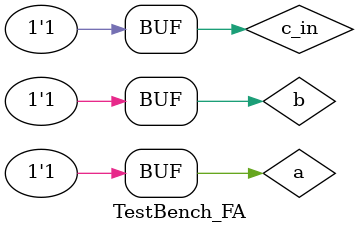
<source format=v>
module TestBench_FA;
    reg a, b, c_in;
    wire s, c_out;

    FA uud (
        .a(a),
        .b(b),
        .carry_in(c_in),
        .sum(s),
        .carry_out(c_out)
    );

    initial begin
        $monitor(
            "Time: %0t | a=%b | b=%b | c_in=%b | sum=%b | carry=%b",
            $time,
            a, b, c_in,
            s, c_out
        );

        $dumpfile("./op/FullAdder.vcd");
        $dumpvars(0, TestBench_FA);

        a = 0; b = 0; c_in = 0; #10;
        a = 0; b = 0; c_in = 1; #10;
        a = 0; b = 1; c_in = 0; #10;
        a = 0; b = 1; c_in = 1; #10;
        a = 1; b = 0; c_in = 0; #10;
        a = 1; b = 0; c_in = 1; #10;
        a = 1; b = 1; c_in = 0; #10;
        a = 1; b = 1; c_in = 1; #10;
    end

endmodule
</source>
